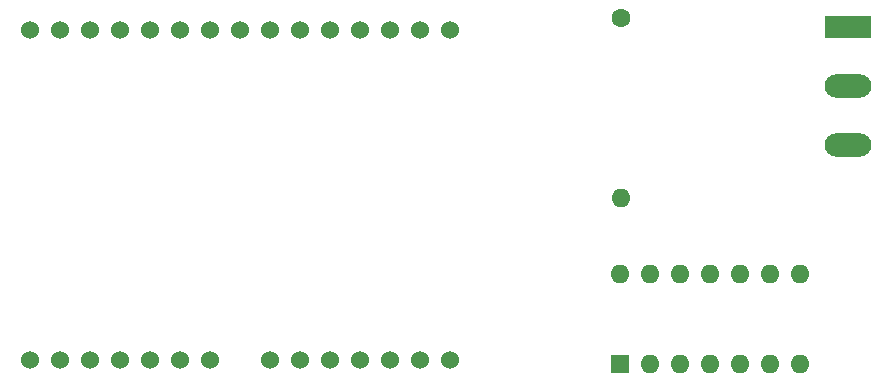
<source format=gbr>
%TF.GenerationSoftware,KiCad,Pcbnew,(6.0.10)*%
%TF.CreationDate,2023-01-27T13:30:17-06:00*%
%TF.ProjectId,H2O-Esquem_tico_JDver2-KiCad,48324f2d-4573-4717-9565-6de17469636f,rev?*%
%TF.SameCoordinates,Original*%
%TF.FileFunction,Soldermask,Top*%
%TF.FilePolarity,Negative*%
%FSLAX46Y46*%
G04 Gerber Fmt 4.6, Leading zero omitted, Abs format (unit mm)*
G04 Created by KiCad (PCBNEW (6.0.10)) date 2023-01-27 13:30:17*
%MOMM*%
%LPD*%
G01*
G04 APERTURE LIST*
%ADD10R,3.960000X1.980000*%
%ADD11O,3.960000X1.980000*%
%ADD12R,1.600000X1.600000*%
%ADD13O,1.600000X1.600000*%
%ADD14C,1.524000*%
%ADD15C,1.600000*%
G04 APERTURE END LIST*
D10*
%TO.C,J8*%
X158155000Y-54320000D03*
D11*
X158155000Y-59320000D03*
X158155000Y-64320000D03*
%TD*%
D12*
%TO.C,U2*%
X138870000Y-82920000D03*
D13*
X141410000Y-82920000D03*
X143950000Y-82920000D03*
X146490000Y-82920000D03*
X149030000Y-82920000D03*
X151570000Y-82920000D03*
X154110000Y-82920000D03*
X154110000Y-75300000D03*
X151570000Y-75300000D03*
X149030000Y-75300000D03*
X146490000Y-75300000D03*
X143950000Y-75300000D03*
X141410000Y-75300000D03*
X138870000Y-75300000D03*
%TD*%
D14*
%TO.C,U1*%
X124460000Y-54610000D03*
X121920000Y-54610000D03*
X119380000Y-54610000D03*
X116840000Y-54610000D03*
X114300000Y-54610000D03*
X111760000Y-54610000D03*
X109220000Y-54610000D03*
X106680000Y-54610000D03*
X104140000Y-54610000D03*
X101600000Y-54610000D03*
X99060000Y-54610000D03*
X96520000Y-54610000D03*
X93980000Y-54610000D03*
X91440000Y-54610000D03*
X88900000Y-54610000D03*
X88900000Y-82550000D03*
X91440000Y-82550000D03*
X93980000Y-82550000D03*
X96520000Y-82550000D03*
X99060000Y-82550000D03*
X101600000Y-82550000D03*
X104140000Y-82550000D03*
X109220000Y-82550000D03*
X111760000Y-82550000D03*
X114300000Y-82550000D03*
X116840000Y-82550000D03*
X119380000Y-82550000D03*
X121920000Y-82550000D03*
X124460000Y-82550000D03*
%TD*%
D15*
%TO.C,1K8*%
X138875000Y-53620000D03*
D13*
X138875000Y-68860000D03*
%TD*%
M02*

</source>
